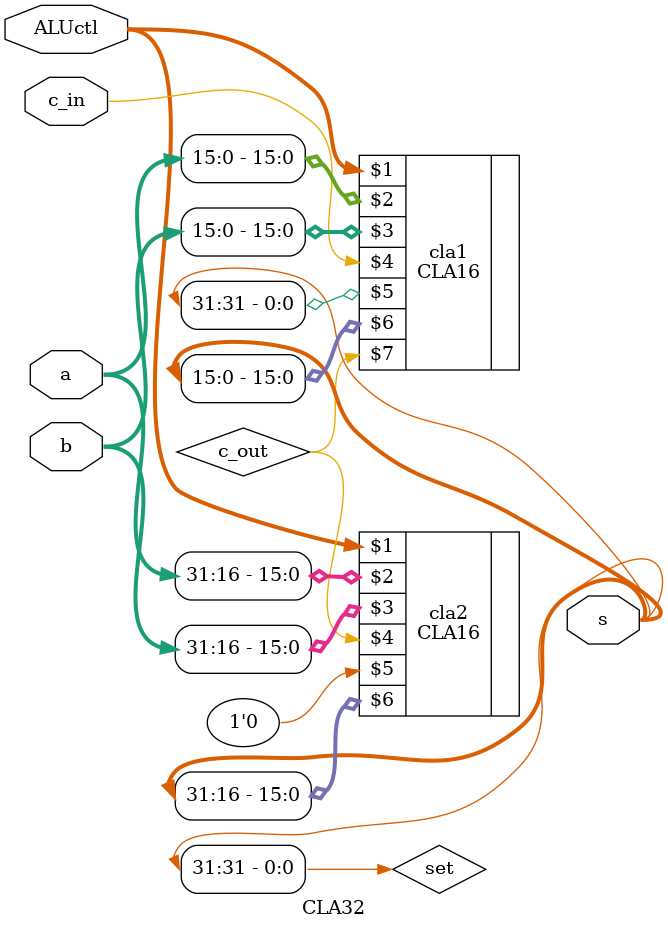
<source format=v>
`timescale 1ns / 1ps


module CLA32(ALUctl, a, b, c_in, s);
    input [31:0]a,b;
    input c_in;
    input [1:0]ALUctl;
    output [31:0]s;
    wire c_out;
    wire set;
    assign set=s[31];
    CLA16 cla1(ALUctl,a[15:0], b[15:0], c_in,set,s[15:0], c_out);
    CLA16 cla2(ALUctl,a[31:16], b[31:16], c_out,1'b0,s[31:16],);
endmodule

</source>
